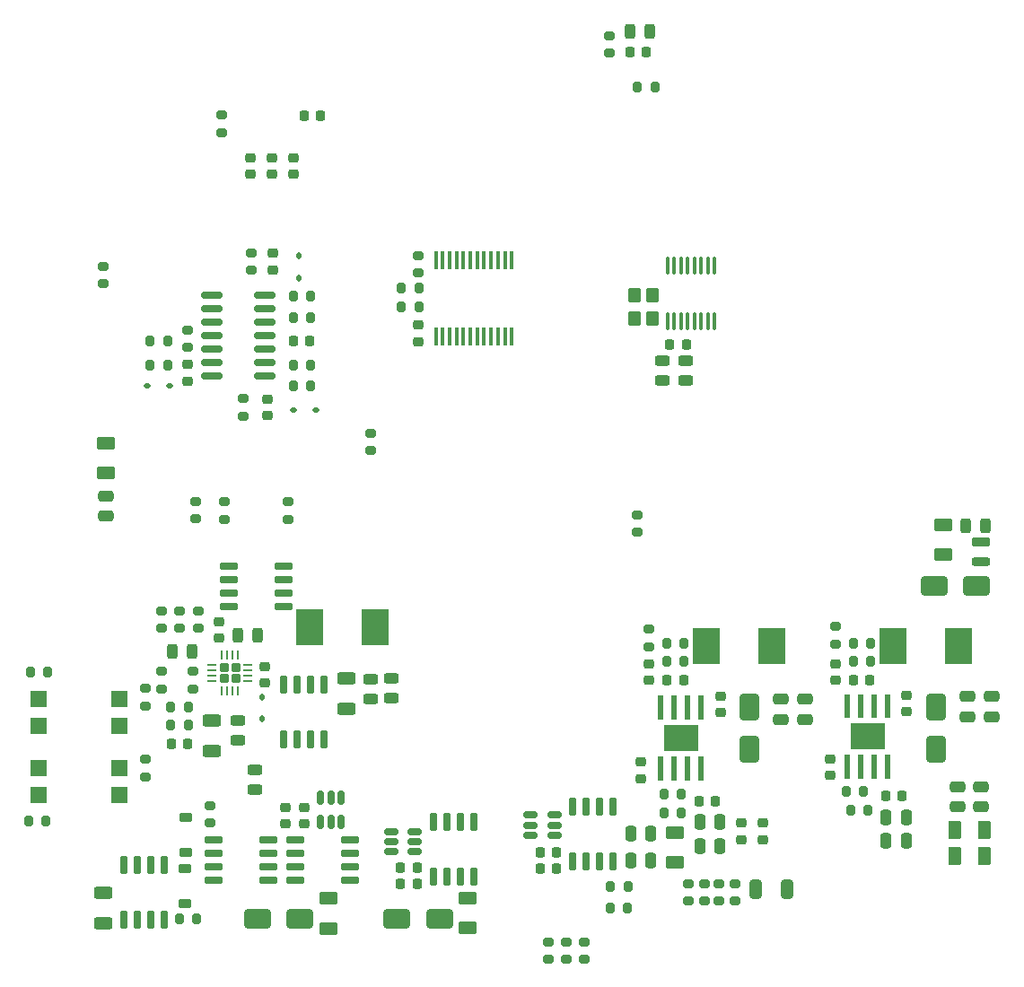
<source format=gbr>
%TF.GenerationSoftware,KiCad,Pcbnew,9.0.3*%
%TF.CreationDate,2025-10-22T18:56:13+03:00*%
%TF.ProjectId,ThingsGate-1,5468696e-6773-4476-9174-652d312e6b69,rev?*%
%TF.SameCoordinates,Original*%
%TF.FileFunction,Paste,Bot*%
%TF.FilePolarity,Positive*%
%FSLAX46Y46*%
G04 Gerber Fmt 4.6, Leading zero omitted, Abs format (unit mm)*
G04 Created by KiCad (PCBNEW 9.0.3) date 2025-10-22 18:56:13*
%MOMM*%
%LPD*%
G01*
G04 APERTURE LIST*
G04 Aperture macros list*
%AMRoundRect*
0 Rectangle with rounded corners*
0 $1 Rounding radius*
0 $2 $3 $4 $5 $6 $7 $8 $9 X,Y pos of 4 corners*
0 Add a 4 corners polygon primitive as box body*
4,1,4,$2,$3,$4,$5,$6,$7,$8,$9,$2,$3,0*
0 Add four circle primitives for the rounded corners*
1,1,$1+$1,$2,$3*
1,1,$1+$1,$4,$5*
1,1,$1+$1,$6,$7*
1,1,$1+$1,$8,$9*
0 Add four rect primitives between the rounded corners*
20,1,$1+$1,$2,$3,$4,$5,0*
20,1,$1+$1,$4,$5,$6,$7,0*
20,1,$1+$1,$6,$7,$8,$9,0*
20,1,$1+$1,$8,$9,$2,$3,0*%
G04 Aperture macros list end*
%ADD10C,0.010000*%
%ADD11R,2.500000X3.500000*%
%ADD12RoundRect,0.250000X0.325000X0.650000X-0.325000X0.650000X-0.325000X-0.650000X0.325000X-0.650000X0*%
%ADD13RoundRect,0.243750X-0.456250X0.243750X-0.456250X-0.243750X0.456250X-0.243750X0.456250X0.243750X0*%
%ADD14RoundRect,0.225000X0.250000X-0.225000X0.250000X0.225000X-0.250000X0.225000X-0.250000X-0.225000X0*%
%ADD15RoundRect,0.225000X0.225000X0.250000X-0.225000X0.250000X-0.225000X-0.250000X0.225000X-0.250000X0*%
%ADD16RoundRect,0.212500X0.212500X-0.212500X0.212500X0.212500X-0.212500X0.212500X-0.212500X-0.212500X0*%
%ADD17RoundRect,0.062500X0.062500X-0.365000X0.062500X0.365000X-0.062500X0.365000X-0.062500X-0.365000X0*%
%ADD18RoundRect,0.062500X0.365000X-0.062500X0.365000X0.062500X-0.365000X0.062500X-0.365000X-0.062500X0*%
%ADD19RoundRect,0.250000X0.550000X0.550000X-0.550000X0.550000X-0.550000X-0.550000X0.550000X-0.550000X0*%
%ADD20RoundRect,0.200000X0.200000X0.275000X-0.200000X0.275000X-0.200000X-0.275000X0.200000X-0.275000X0*%
%ADD21RoundRect,0.225000X-0.225000X-0.250000X0.225000X-0.250000X0.225000X0.250000X-0.225000X0.250000X0*%
%ADD22RoundRect,0.250000X-0.475000X0.250000X-0.475000X-0.250000X0.475000X-0.250000X0.475000X0.250000X0*%
%ADD23RoundRect,0.243750X0.456250X-0.243750X0.456250X0.243750X-0.456250X0.243750X-0.456250X-0.243750X0*%
%ADD24RoundRect,0.250000X0.350000X-0.450000X0.350000X0.450000X-0.350000X0.450000X-0.350000X-0.450000X0*%
%ADD25RoundRect,0.225000X-0.250000X0.225000X-0.250000X-0.225000X0.250000X-0.225000X0.250000X0.225000X0*%
%ADD26RoundRect,0.250000X0.475000X-0.250000X0.475000X0.250000X-0.475000X0.250000X-0.475000X-0.250000X0*%
%ADD27RoundRect,0.200000X0.275000X-0.200000X0.275000X0.200000X-0.275000X0.200000X-0.275000X-0.200000X0*%
%ADD28R,0.450000X1.750000*%
%ADD29RoundRect,0.200000X-0.275000X0.200000X-0.275000X-0.200000X0.275000X-0.200000X0.275000X0.200000X0*%
%ADD30RoundRect,0.150000X-0.512500X-0.150000X0.512500X-0.150000X0.512500X0.150000X-0.512500X0.150000X0*%
%ADD31RoundRect,0.250000X0.625000X-0.312500X0.625000X0.312500X-0.625000X0.312500X-0.625000X-0.312500X0*%
%ADD32RoundRect,0.250000X0.250000X0.475000X-0.250000X0.475000X-0.250000X-0.475000X0.250000X-0.475000X0*%
%ADD33RoundRect,0.200000X-0.200000X-0.275000X0.200000X-0.275000X0.200000X0.275000X-0.200000X0.275000X0*%
%ADD34RoundRect,0.250000X-0.650000X1.000000X-0.650000X-1.000000X0.650000X-1.000000X0.650000X1.000000X0*%
%ADD35RoundRect,0.243750X-0.243750X-0.456250X0.243750X-0.456250X0.243750X0.456250X-0.243750X0.456250X0*%
%ADD36RoundRect,0.250000X-0.250000X-0.475000X0.250000X-0.475000X0.250000X0.475000X-0.250000X0.475000X0*%
%ADD37RoundRect,0.150000X-0.725000X-0.150000X0.725000X-0.150000X0.725000X0.150000X-0.725000X0.150000X0*%
%ADD38RoundRect,0.250000X0.625000X-0.375000X0.625000X0.375000X-0.625000X0.375000X-0.625000X-0.375000X0*%
%ADD39RoundRect,0.243750X0.243750X0.456250X-0.243750X0.456250X-0.243750X-0.456250X0.243750X-0.456250X0*%
%ADD40RoundRect,0.250000X-0.625000X0.312500X-0.625000X-0.312500X0.625000X-0.312500X0.625000X0.312500X0*%
%ADD41RoundRect,0.193750X0.656250X-0.193750X0.656250X0.193750X-0.656250X0.193750X-0.656250X-0.193750X0*%
%ADD42RoundRect,0.206250X0.643750X-0.206250X0.643750X0.206250X-0.643750X0.206250X-0.643750X-0.206250X0*%
%ADD43RoundRect,0.112500X-0.187500X-0.112500X0.187500X-0.112500X0.187500X0.112500X-0.187500X0.112500X0*%
%ADD44RoundRect,0.225000X-0.375000X0.225000X-0.375000X-0.225000X0.375000X-0.225000X0.375000X0.225000X0*%
%ADD45RoundRect,0.150000X-0.150000X0.725000X-0.150000X-0.725000X0.150000X-0.725000X0.150000X0.725000X0*%
%ADD46RoundRect,0.250000X0.375000X0.625000X-0.375000X0.625000X-0.375000X-0.625000X0.375000X-0.625000X0*%
%ADD47RoundRect,0.112500X-0.112500X0.187500X-0.112500X-0.187500X0.112500X-0.187500X0.112500X0.187500X0*%
%ADD48RoundRect,0.250000X-1.000000X-0.650000X1.000000X-0.650000X1.000000X0.650000X-1.000000X0.650000X0*%
%ADD49RoundRect,0.100000X-0.100000X0.712500X-0.100000X-0.712500X0.100000X-0.712500X0.100000X0.712500X0*%
%ADD50RoundRect,0.150000X0.150000X-0.725000X0.150000X0.725000X-0.150000X0.725000X-0.150000X-0.725000X0*%
%ADD51RoundRect,0.112500X0.112500X-0.187500X0.112500X0.187500X-0.112500X0.187500X-0.112500X-0.187500X0*%
%ADD52RoundRect,0.150000X-0.150000X0.512500X-0.150000X-0.512500X0.150000X-0.512500X0.150000X0.512500X0*%
%ADD53RoundRect,0.112500X0.187500X0.112500X-0.187500X0.112500X-0.187500X-0.112500X0.187500X-0.112500X0*%
%ADD54RoundRect,0.250000X-0.625000X0.375000X-0.625000X-0.375000X0.625000X-0.375000X0.625000X0.375000X0*%
%ADD55RoundRect,0.150000X0.825000X0.150000X-0.825000X0.150000X-0.825000X-0.150000X0.825000X-0.150000X0*%
%ADD56RoundRect,0.225000X0.375000X-0.225000X0.375000X0.225000X-0.375000X0.225000X-0.375000X-0.225000X0*%
%ADD57RoundRect,0.250000X1.000000X0.650000X-1.000000X0.650000X-1.000000X-0.650000X1.000000X-0.650000X0*%
G04 APERTURE END LIST*
D10*
%TO.C,U9*%
X92175000Y-81450000D02*
X91725000Y-81450000D01*
X91725000Y-79300000D01*
X92175000Y-79300000D01*
X92175000Y-81450000D01*
G36*
X92175000Y-81450000D02*
G01*
X91725000Y-81450000D01*
X91725000Y-79300000D01*
X92175000Y-79300000D01*
X92175000Y-81450000D01*
G37*
X92175000Y-87200000D02*
X91725000Y-87200000D01*
X91725000Y-85050000D01*
X92175000Y-85050000D01*
X92175000Y-87200000D01*
G36*
X92175000Y-87200000D02*
G01*
X91725000Y-87200000D01*
X91725000Y-85050000D01*
X92175000Y-85050000D01*
X92175000Y-87200000D01*
G37*
X93445000Y-81450000D02*
X92995000Y-81450000D01*
X92995000Y-79300000D01*
X93445000Y-79300000D01*
X93445000Y-81450000D01*
G36*
X93445000Y-81450000D02*
G01*
X92995000Y-81450000D01*
X92995000Y-79300000D01*
X93445000Y-79300000D01*
X93445000Y-81450000D01*
G37*
X93445000Y-87200000D02*
X92995000Y-87200000D01*
X92995000Y-85050000D01*
X93445000Y-85050000D01*
X93445000Y-87200000D01*
G36*
X93445000Y-87200000D02*
G01*
X92995000Y-87200000D01*
X92995000Y-85050000D01*
X93445000Y-85050000D01*
X93445000Y-87200000D01*
G37*
X94715000Y-81450000D02*
X94265000Y-81450000D01*
X94265000Y-79300000D01*
X94715000Y-79300000D01*
X94715000Y-81450000D01*
G36*
X94715000Y-81450000D02*
G01*
X94265000Y-81450000D01*
X94265000Y-79300000D01*
X94715000Y-79300000D01*
X94715000Y-81450000D01*
G37*
X94715000Y-87200000D02*
X94265000Y-87200000D01*
X94265000Y-85050000D01*
X94715000Y-85050000D01*
X94715000Y-87200000D01*
G36*
X94715000Y-87200000D02*
G01*
X94265000Y-87200000D01*
X94265000Y-85050000D01*
X94715000Y-85050000D01*
X94715000Y-87200000D01*
G37*
X95405000Y-84450000D02*
X92305000Y-84450000D01*
X92305000Y-82050000D01*
X95405000Y-82050000D01*
X95405000Y-84450000D01*
G36*
X95405000Y-84450000D02*
G01*
X92305000Y-84450000D01*
X92305000Y-82050000D01*
X95405000Y-82050000D01*
X95405000Y-84450000D01*
G37*
X95985000Y-81450000D02*
X95535000Y-81450000D01*
X95535000Y-79300000D01*
X95985000Y-79300000D01*
X95985000Y-81450000D01*
G36*
X95985000Y-81450000D02*
G01*
X95535000Y-81450000D01*
X95535000Y-79300000D01*
X95985000Y-79300000D01*
X95985000Y-81450000D01*
G37*
X95985000Y-87200000D02*
X95535000Y-87200000D01*
X95535000Y-85050000D01*
X95985000Y-85050000D01*
X95985000Y-87200000D01*
G36*
X95985000Y-87200000D02*
G01*
X95535000Y-87200000D01*
X95535000Y-85050000D01*
X95985000Y-85050000D01*
X95985000Y-87200000D01*
G37*
%TO.C,U10*%
X74570000Y-81600000D02*
X74120000Y-81600000D01*
X74120000Y-79450000D01*
X74570000Y-79450000D01*
X74570000Y-81600000D01*
G36*
X74570000Y-81600000D02*
G01*
X74120000Y-81600000D01*
X74120000Y-79450000D01*
X74570000Y-79450000D01*
X74570000Y-81600000D01*
G37*
X74570000Y-87350000D02*
X74120000Y-87350000D01*
X74120000Y-85200000D01*
X74570000Y-85200000D01*
X74570000Y-87350000D01*
G36*
X74570000Y-87350000D02*
G01*
X74120000Y-87350000D01*
X74120000Y-85200000D01*
X74570000Y-85200000D01*
X74570000Y-87350000D01*
G37*
X75840000Y-81600000D02*
X75390000Y-81600000D01*
X75390000Y-79450000D01*
X75840000Y-79450000D01*
X75840000Y-81600000D01*
G36*
X75840000Y-81600000D02*
G01*
X75390000Y-81600000D01*
X75390000Y-79450000D01*
X75840000Y-79450000D01*
X75840000Y-81600000D01*
G37*
X75840000Y-87350000D02*
X75390000Y-87350000D01*
X75390000Y-85200000D01*
X75840000Y-85200000D01*
X75840000Y-87350000D01*
G36*
X75840000Y-87350000D02*
G01*
X75390000Y-87350000D01*
X75390000Y-85200000D01*
X75840000Y-85200000D01*
X75840000Y-87350000D01*
G37*
X77110000Y-81600000D02*
X76660000Y-81600000D01*
X76660000Y-79450000D01*
X77110000Y-79450000D01*
X77110000Y-81600000D01*
G36*
X77110000Y-81600000D02*
G01*
X76660000Y-81600000D01*
X76660000Y-79450000D01*
X77110000Y-79450000D01*
X77110000Y-81600000D01*
G37*
X77110000Y-87350000D02*
X76660000Y-87350000D01*
X76660000Y-85200000D01*
X77110000Y-85200000D01*
X77110000Y-87350000D01*
G36*
X77110000Y-87350000D02*
G01*
X76660000Y-87350000D01*
X76660000Y-85200000D01*
X77110000Y-85200000D01*
X77110000Y-87350000D01*
G37*
X77800000Y-84600000D02*
X74700000Y-84600000D01*
X74700000Y-82200000D01*
X77800000Y-82200000D01*
X77800000Y-84600000D01*
G36*
X77800000Y-84600000D02*
G01*
X74700000Y-84600000D01*
X74700000Y-82200000D01*
X77800000Y-82200000D01*
X77800000Y-84600000D01*
G37*
X78380000Y-81600000D02*
X77930000Y-81600000D01*
X77930000Y-79450000D01*
X78380000Y-79450000D01*
X78380000Y-81600000D01*
G36*
X78380000Y-81600000D02*
G01*
X77930000Y-81600000D01*
X77930000Y-79450000D01*
X78380000Y-79450000D01*
X78380000Y-81600000D01*
G37*
X78380000Y-87350000D02*
X77930000Y-87350000D01*
X77930000Y-85200000D01*
X78380000Y-85200000D01*
X78380000Y-87350000D01*
G36*
X78380000Y-87350000D02*
G01*
X77930000Y-87350000D01*
X77930000Y-85200000D01*
X78380000Y-85200000D01*
X78380000Y-87350000D01*
G37*
%TD*%
D11*
%TO.C,L1*%
X102455000Y-74750000D03*
X96255000Y-74750000D03*
%TD*%
D12*
%TO.C,C7*%
X86275000Y-97700000D03*
X83325000Y-97700000D03*
%TD*%
D13*
%TO.C,C58*%
X36100000Y-86462500D03*
X36100000Y-88337500D03*
%TD*%
D14*
%TO.C,C2*%
X40750000Y-91525000D03*
X40750000Y-89975000D03*
%TD*%
D15*
%TO.C,C3*%
X51401560Y-97183397D03*
X49851560Y-97183397D03*
%TD*%
D16*
%TO.C,U5*%
X33215000Y-77837500D03*
X34285000Y-77837500D03*
X33215000Y-76767500D03*
X34285000Y-76767500D03*
D17*
X34500000Y-79000000D03*
X34000000Y-79000000D03*
X33500000Y-79000000D03*
X33000000Y-79000000D03*
D18*
X32052500Y-78052500D03*
X32052500Y-77552500D03*
X32052500Y-77052500D03*
X32052500Y-76552500D03*
D17*
X33000000Y-75605000D03*
X33500000Y-75605000D03*
X34000000Y-75605000D03*
X34500000Y-75605000D03*
D18*
X35447500Y-76552500D03*
X35447500Y-77052500D03*
X35447500Y-77552500D03*
X35447500Y-78052500D03*
%TD*%
D19*
%TO.C,U18*%
X23310000Y-79730000D03*
X23310000Y-82270000D03*
X15690000Y-82270000D03*
X15690000Y-79730000D03*
%TD*%
D20*
%TO.C,R23*%
X29825000Y-82250000D03*
X28175000Y-82250000D03*
%TD*%
D14*
%TO.C,C21*%
X90400000Y-86975000D03*
X90400000Y-85425000D03*
%TD*%
D21*
%TO.C,C54*%
X40725000Y-24750000D03*
X42275000Y-24750000D03*
%TD*%
D15*
%TO.C,C49*%
X76800000Y-46300000D03*
X75250000Y-46300000D03*
%TD*%
D22*
%TO.C,C15*%
X105605000Y-79550000D03*
X105605000Y-81450000D03*
%TD*%
D21*
%TO.C,C20*%
X95580000Y-88900000D03*
X97130000Y-88900000D03*
%TD*%
D23*
%TO.C,C31*%
X47000000Y-79750000D03*
X47000000Y-77875000D03*
%TD*%
D24*
%TO.C,Y1*%
X71900000Y-43850000D03*
X71900000Y-41650000D03*
X73600000Y-41650000D03*
X73600000Y-43850000D03*
%TD*%
D25*
%TO.C,C57*%
X35710000Y-28705000D03*
X35710000Y-30255000D03*
%TD*%
D26*
%TO.C,C48*%
X102349999Y-89924283D03*
X102349999Y-88024283D03*
%TD*%
D27*
%TO.C,R45*%
X21750000Y-40575000D03*
X21750000Y-38925000D03*
%TD*%
D28*
%TO.C,U6*%
X53175000Y-38400000D03*
X53825000Y-38400000D03*
X54475000Y-38400000D03*
X55125000Y-38400000D03*
X55775000Y-38400000D03*
X56425000Y-38400000D03*
X57075000Y-38400000D03*
X57725000Y-38400000D03*
X58375000Y-38400000D03*
X59025000Y-38400000D03*
X59675000Y-38400000D03*
X60325000Y-38400000D03*
X60325000Y-45600000D03*
X59675000Y-45600000D03*
X59025000Y-45600000D03*
X58375000Y-45600000D03*
X57725000Y-45600000D03*
X57075000Y-45600000D03*
X56425000Y-45600000D03*
X55775000Y-45600000D03*
X55125000Y-45600000D03*
X54475000Y-45600000D03*
X53825000Y-45600000D03*
X53175000Y-45600000D03*
%TD*%
D25*
%TO.C,C44*%
X84000000Y-91475000D03*
X84000000Y-93025000D03*
%TD*%
D27*
%TO.C,R56*%
X25750000Y-80400000D03*
X25750000Y-78750000D03*
%TD*%
D19*
%TO.C,U17*%
X23310000Y-86250000D03*
X23310000Y-88790000D03*
X15690000Y-88790000D03*
X15690000Y-86250000D03*
%TD*%
D25*
%TO.C,C55*%
X39710000Y-28705000D03*
X39710000Y-30255000D03*
%TD*%
D29*
%TO.C,R42*%
X67200000Y-102675000D03*
X67200000Y-104325000D03*
%TD*%
D30*
%TO.C,U12*%
X48922774Y-94170419D03*
X48922774Y-93220419D03*
X48922774Y-92270419D03*
X51197774Y-92270419D03*
X51197774Y-93220419D03*
X51197774Y-94170419D03*
%TD*%
D29*
%TO.C,R47*%
X51500000Y-37925000D03*
X51500000Y-39575000D03*
%TD*%
D21*
%TO.C,C38*%
X28225000Y-84000000D03*
X29775000Y-84000000D03*
%TD*%
D31*
%TO.C,R31*%
X21766660Y-100950709D03*
X21766660Y-98025709D03*
%TD*%
D32*
%TO.C,C11*%
X73450000Y-92490000D03*
X71550000Y-92490000D03*
%TD*%
D13*
%TO.C,C33*%
X34500000Y-81812500D03*
X34500000Y-83687500D03*
%TD*%
D29*
%TO.C,R41*%
X65500000Y-102675000D03*
X65500000Y-104325000D03*
%TD*%
D33*
%TO.C,R7*%
X69600000Y-99500000D03*
X71250000Y-99500000D03*
%TD*%
%TO.C,R57*%
X14925000Y-77250000D03*
X16575000Y-77250000D03*
%TD*%
D20*
%TO.C,R51*%
X73825000Y-22000000D03*
X72175000Y-22000000D03*
%TD*%
D34*
%TO.C,D2*%
X100355000Y-80500000D03*
X100355000Y-84500000D03*
%TD*%
D21*
%TO.C,C39*%
X39750000Y-46000000D03*
X41300000Y-46000000D03*
%TD*%
D35*
%TO.C,C53*%
X71500000Y-16750000D03*
X73375000Y-16750000D03*
%TD*%
D14*
%TO.C,C40*%
X37775000Y-39275000D03*
X37775000Y-37725000D03*
%TD*%
D36*
%TO.C,C23*%
X78050000Y-91390000D03*
X79950000Y-91390000D03*
%TD*%
D25*
%TO.C,C25*%
X80000000Y-79475000D03*
X80000000Y-81025000D03*
%TD*%
D37*
%TO.C,Q2*%
X39925000Y-96905000D03*
X39925000Y-95635000D03*
X39925000Y-94365000D03*
X39925000Y-93095000D03*
X45075000Y-93095000D03*
X45075000Y-94365000D03*
X45075000Y-95635000D03*
X45075000Y-96905000D03*
%TD*%
D36*
%TO.C,C18*%
X95655000Y-93150000D03*
X97555000Y-93150000D03*
%TD*%
D27*
%TO.C,R4*%
X78500000Y-98825000D03*
X78500000Y-97175000D03*
%TD*%
D38*
%TO.C,F7*%
X22000000Y-58400000D03*
X22000000Y-55600000D03*
%TD*%
D34*
%TO.C,D1*%
X82750000Y-80500000D03*
X82750000Y-84500000D03*
%TD*%
D37*
%TO.C,Q1*%
X32175000Y-96905000D03*
X32175000Y-95635000D03*
X32175000Y-94365000D03*
X32175000Y-93095000D03*
X37325000Y-93095000D03*
X37325000Y-94365000D03*
X37325000Y-95635000D03*
X37325000Y-96905000D03*
%TD*%
D21*
%TO.C,C52*%
X71475000Y-18750000D03*
X73025000Y-18750000D03*
%TD*%
D27*
%TO.C,R50*%
X69500000Y-18825000D03*
X69500000Y-17175000D03*
%TD*%
D33*
%TO.C,R8*%
X69625000Y-97500000D03*
X71275000Y-97500000D03*
%TD*%
D27*
%TO.C,R55*%
X25750000Y-87095000D03*
X25750000Y-85445000D03*
%TD*%
D21*
%TO.C,C24*%
X77975000Y-89400000D03*
X79525000Y-89400000D03*
%TD*%
D39*
%TO.C,C37*%
X30187500Y-75250000D03*
X28312500Y-75250000D03*
%TD*%
%TO.C,C35*%
X36375000Y-73750000D03*
X34500000Y-73750000D03*
%TD*%
D40*
%TO.C,R19*%
X32000000Y-81787500D03*
X32000000Y-84712500D03*
%TD*%
D33*
%TO.C,R36*%
X39700000Y-48250000D03*
X41350000Y-48250000D03*
%TD*%
D41*
%TO.C,L4*%
X104550000Y-66787500D03*
D42*
X104550000Y-64987500D03*
%TD*%
D20*
%TO.C,R38*%
X27850000Y-46000000D03*
X26200000Y-46000000D03*
%TD*%
D27*
%TO.C,R3*%
X79900000Y-98825000D03*
X79900000Y-97175000D03*
%TD*%
D29*
%TO.C,R26*%
X27250000Y-77175000D03*
X27250000Y-78825000D03*
%TD*%
D31*
%TO.C,R20*%
X44750000Y-80712500D03*
X44750000Y-77787500D03*
%TD*%
D20*
%TO.C,R34*%
X41350000Y-41750000D03*
X39700000Y-41750000D03*
%TD*%
D25*
%TO.C,C13*%
X97605000Y-79425000D03*
X97605000Y-80975000D03*
%TD*%
D22*
%TO.C,C14*%
X103345000Y-79550000D03*
X103345000Y-81450000D03*
%TD*%
D43*
%TO.C,D11*%
X25975000Y-50250000D03*
X28075000Y-50250000D03*
%TD*%
D23*
%TO.C,C50*%
X76750000Y-49687500D03*
X76750000Y-47812500D03*
%TD*%
D14*
%TO.C,C27*%
X73250000Y-78025000D03*
X73250000Y-76475000D03*
%TD*%
D27*
%TO.C,R29*%
X27250000Y-73075000D03*
X27250000Y-71425000D03*
%TD*%
D44*
%TO.C,D4*%
X29500000Y-95796744D03*
X29500000Y-99096744D03*
%TD*%
D15*
%TO.C,C5*%
X64581543Y-95750000D03*
X63031543Y-95750000D03*
%TD*%
%TO.C,C4*%
X51401560Y-95720419D03*
X49851560Y-95720419D03*
%TD*%
D33*
%TO.C,R58*%
X14750000Y-91250000D03*
X16400000Y-91250000D03*
%TD*%
D29*
%TO.C,R35*%
X35025000Y-51425000D03*
X35025000Y-53075000D03*
%TD*%
D45*
%TO.C,Q3*%
X23720106Y-95425000D03*
X24990106Y-95425000D03*
X26260106Y-95425000D03*
X27530106Y-95425000D03*
X27530106Y-100575000D03*
X26260106Y-100575000D03*
X24990106Y-100575000D03*
X23720106Y-100575000D03*
%TD*%
D33*
%TO.C,R11*%
X92530000Y-76250000D03*
X94180000Y-76250000D03*
%TD*%
D27*
%TO.C,R52*%
X33000000Y-26325000D03*
X33000000Y-24675000D03*
%TD*%
D46*
%TO.C,F6*%
X104900000Y-92100000D03*
X102100000Y-92100000D03*
%TD*%
D47*
%TO.C,D8*%
X36791015Y-79553788D03*
X36791015Y-81653788D03*
%TD*%
D29*
%TO.C,R17*%
X73250000Y-73175000D03*
X73250000Y-74825000D03*
%TD*%
D36*
%TO.C,C19*%
X95655000Y-90900000D03*
X97555000Y-90900000D03*
%TD*%
D26*
%TO.C,C47*%
X104609999Y-89924283D03*
X104609999Y-88024283D03*
%TD*%
D29*
%TO.C,R9*%
X90855000Y-72925000D03*
X90855000Y-74575000D03*
%TD*%
D20*
%TO.C,R1*%
X30622456Y-100543549D03*
X28972456Y-100543549D03*
%TD*%
D33*
%TO.C,R18*%
X74925000Y-74500000D03*
X76575000Y-74500000D03*
%TD*%
D35*
%TO.C,C8*%
X103112500Y-63400000D03*
X104987500Y-63400000D03*
%TD*%
D20*
%TO.C,R37*%
X41350000Y-50250000D03*
X39700000Y-50250000D03*
%TD*%
D48*
%TO.C,D3*%
X36365238Y-100530437D03*
X40365238Y-100530437D03*
%TD*%
D33*
%TO.C,R44*%
X49925000Y-41000000D03*
X51575000Y-41000000D03*
%TD*%
D27*
%TO.C,R2*%
X31850000Y-91475000D03*
X31850000Y-89825000D03*
%TD*%
D36*
%TO.C,C22*%
X78050000Y-93650000D03*
X79950000Y-93650000D03*
%TD*%
D49*
%TO.C,U1*%
X75027500Y-38862500D03*
X75662500Y-38862500D03*
X76297500Y-38862500D03*
X76932500Y-38862500D03*
X77567500Y-38862500D03*
X78202500Y-38862500D03*
X78837500Y-38862500D03*
X79472500Y-38862500D03*
X79472500Y-44137500D03*
X78837500Y-44137500D03*
X78202500Y-44137500D03*
X77567500Y-44137500D03*
X76932500Y-44137500D03*
X76297500Y-44137500D03*
X75662500Y-44137500D03*
X75027500Y-44137500D03*
%TD*%
D20*
%TO.C,R15*%
X76325000Y-88750000D03*
X74675000Y-88750000D03*
%TD*%
D30*
%TO.C,U13*%
X62090000Y-92625000D03*
X62090000Y-91675000D03*
X62090000Y-90725000D03*
X64365000Y-90725000D03*
X64365000Y-91675000D03*
X64365000Y-92625000D03*
%TD*%
D14*
%TO.C,C32*%
X37000000Y-78275000D03*
X37000000Y-76725000D03*
%TD*%
D50*
%TO.C,Q5*%
X69905000Y-95075000D03*
X68635000Y-95075000D03*
X67365000Y-95075000D03*
X66095000Y-95075000D03*
X66095000Y-89925000D03*
X67365000Y-89925000D03*
X68635000Y-89925000D03*
X69905000Y-89925000D03*
%TD*%
D14*
%TO.C,C1*%
X39000000Y-91525000D03*
X39000000Y-89975000D03*
%TD*%
D32*
%TO.C,C12*%
X73450000Y-95000000D03*
X71550000Y-95000000D03*
%TD*%
D22*
%TO.C,C30*%
X88000000Y-79800000D03*
X88000000Y-81700000D03*
%TD*%
D25*
%TO.C,C41*%
X37275000Y-51475000D03*
X37275000Y-53025000D03*
%TD*%
D37*
%TO.C,Q7*%
X33675000Y-71005000D03*
X33675000Y-69735000D03*
X33675000Y-68465000D03*
X33675000Y-67195000D03*
X38825000Y-67195000D03*
X38825000Y-68465000D03*
X38825000Y-69735000D03*
X38825000Y-71005000D03*
%TD*%
D38*
%TO.C,F1*%
X56137127Y-101364330D03*
X56137127Y-98564330D03*
%TD*%
D51*
%TO.C,D9*%
X40275000Y-40050000D03*
X40275000Y-37950000D03*
%TD*%
D20*
%TO.C,R14*%
X76325000Y-90500000D03*
X74675000Y-90500000D03*
%TD*%
D29*
%TO.C,R28*%
X29000000Y-71425000D03*
X29000000Y-73075000D03*
%TD*%
D27*
%TO.C,R5*%
X81400000Y-98825000D03*
X81400000Y-97175000D03*
%TD*%
%TO.C,R25*%
X30250000Y-78825000D03*
X30250000Y-77175000D03*
%TD*%
D20*
%TO.C,R13*%
X93525000Y-88500000D03*
X91875000Y-88500000D03*
%TD*%
D52*
%TO.C,U4*%
X42300000Y-89112500D03*
X43250000Y-89112500D03*
X44200000Y-89112500D03*
X44200000Y-91387500D03*
X43250000Y-91387500D03*
X42300000Y-91387500D03*
%TD*%
D22*
%TO.C,C46*%
X22000000Y-60600000D03*
X22000000Y-62500000D03*
%TD*%
D33*
%TO.C,R24*%
X28176983Y-80500000D03*
X29826983Y-80500000D03*
%TD*%
D45*
%TO.C,Q6*%
X38845000Y-78425000D03*
X40115000Y-78425000D03*
X41385000Y-78425000D03*
X42655000Y-78425000D03*
X42655000Y-83575000D03*
X41385000Y-83575000D03*
X40115000Y-83575000D03*
X38845000Y-83575000D03*
%TD*%
D33*
%TO.C,R16*%
X74925000Y-76250000D03*
X76575000Y-76250000D03*
%TD*%
D25*
%TO.C,C36*%
X32750000Y-72475000D03*
X32750000Y-74025000D03*
%TD*%
D27*
%TO.C,R48*%
X39250000Y-62825000D03*
X39250000Y-61175000D03*
%TD*%
D29*
%TO.C,R39*%
X29775000Y-44925000D03*
X29775000Y-46575000D03*
%TD*%
D48*
%TO.C,D5*%
X49500000Y-100500000D03*
X53500000Y-100500000D03*
%TD*%
D38*
%TO.C,F2*%
X43000000Y-101400000D03*
X43000000Y-98600000D03*
%TD*%
D29*
%TO.C,R54*%
X33250000Y-61175000D03*
X33250000Y-62825000D03*
%TD*%
D53*
%TO.C,D10*%
X41825000Y-52500000D03*
X39725000Y-52500000D03*
%TD*%
D27*
%TO.C,R53*%
X30500000Y-62750000D03*
X30500000Y-61100000D03*
%TD*%
D23*
%TO.C,C34*%
X49000000Y-79687500D03*
X49000000Y-77812500D03*
%TD*%
D54*
%TO.C,F4*%
X101050000Y-63300000D03*
X101050000Y-66100000D03*
%TD*%
D33*
%TO.C,R10*%
X92530000Y-74500000D03*
X94180000Y-74500000D03*
%TD*%
D21*
%TO.C,C17*%
X92580000Y-78000000D03*
X94130000Y-78000000D03*
%TD*%
D25*
%TO.C,C56*%
X37710000Y-28705000D03*
X37710000Y-30255000D03*
%TD*%
D20*
%TO.C,R33*%
X41350000Y-43750000D03*
X39700000Y-43750000D03*
%TD*%
D21*
%TO.C,C28*%
X74975000Y-78000000D03*
X76525000Y-78000000D03*
%TD*%
D13*
%TO.C,C51*%
X74500000Y-47812500D03*
X74500000Y-49687500D03*
%TD*%
D25*
%TO.C,C43*%
X82000000Y-91475000D03*
X82000000Y-93025000D03*
%TD*%
D14*
%TO.C,C16*%
X90855000Y-78025000D03*
X90855000Y-76475000D03*
%TD*%
D38*
%TO.C,F3*%
X75750000Y-95150000D03*
X75750000Y-92350000D03*
%TD*%
D55*
%TO.C,U14*%
X37000000Y-41670000D03*
X37000000Y-42940000D03*
X37000000Y-44210000D03*
X37000000Y-45480000D03*
X37000000Y-46750000D03*
X37000000Y-48020000D03*
X37000000Y-49290000D03*
X32050000Y-49290000D03*
X32050000Y-48020000D03*
X32050000Y-46750000D03*
X32050000Y-45480000D03*
X32050000Y-44210000D03*
X32050000Y-42940000D03*
X32050000Y-41670000D03*
%TD*%
D46*
%TO.C,F5*%
X104907024Y-94610853D03*
X102107024Y-94610853D03*
%TD*%
D33*
%TO.C,R43*%
X49920534Y-42804577D03*
X51570534Y-42804577D03*
%TD*%
D27*
%TO.C,R6*%
X77000000Y-98825000D03*
X77000000Y-97175000D03*
%TD*%
D50*
%TO.C,Q4*%
X56715274Y-96545419D03*
X55445274Y-96545419D03*
X54175274Y-96545419D03*
X52905274Y-96545419D03*
X52905274Y-91395419D03*
X54175274Y-91395419D03*
X55445274Y-91395419D03*
X56715274Y-91395419D03*
%TD*%
D27*
%TO.C,R32*%
X35775000Y-39325000D03*
X35775000Y-37675000D03*
%TD*%
D29*
%TO.C,R30*%
X63800000Y-102675000D03*
X63800000Y-104325000D03*
%TD*%
D15*
%TO.C,C6*%
X64581543Y-94250000D03*
X63031543Y-94250000D03*
%TD*%
D14*
%TO.C,C45*%
X51500000Y-46025000D03*
X51500000Y-44475000D03*
%TD*%
%TO.C,C42*%
X29775000Y-49775000D03*
X29775000Y-48225000D03*
%TD*%
D56*
%TO.C,D6*%
X29600000Y-94250000D03*
X29600000Y-90950000D03*
%TD*%
D27*
%TO.C,R27*%
X30750000Y-73075000D03*
X30750000Y-71425000D03*
%TD*%
D22*
%TO.C,C29*%
X85750000Y-79800000D03*
X85750000Y-81700000D03*
%TD*%
D14*
%TO.C,C26*%
X72500000Y-87275000D03*
X72500000Y-85725000D03*
%TD*%
D11*
%TO.C,L3*%
X41250000Y-73000000D03*
X47450000Y-73000000D03*
%TD*%
D33*
%TO.C,R40*%
X26200000Y-48250000D03*
X27850000Y-48250000D03*
%TD*%
D29*
%TO.C,R49*%
X47000000Y-54675000D03*
X47000000Y-56325000D03*
%TD*%
D20*
%TO.C,R12*%
X93930000Y-90250000D03*
X92280000Y-90250000D03*
%TD*%
D27*
%TO.C,R46*%
X72200000Y-64025000D03*
X72200000Y-62375000D03*
%TD*%
D57*
%TO.C,D7*%
X104150000Y-69100000D03*
X100150000Y-69100000D03*
%TD*%
D11*
%TO.C,L2*%
X78650000Y-74750000D03*
X84850000Y-74750000D03*
%TD*%
M02*

</source>
